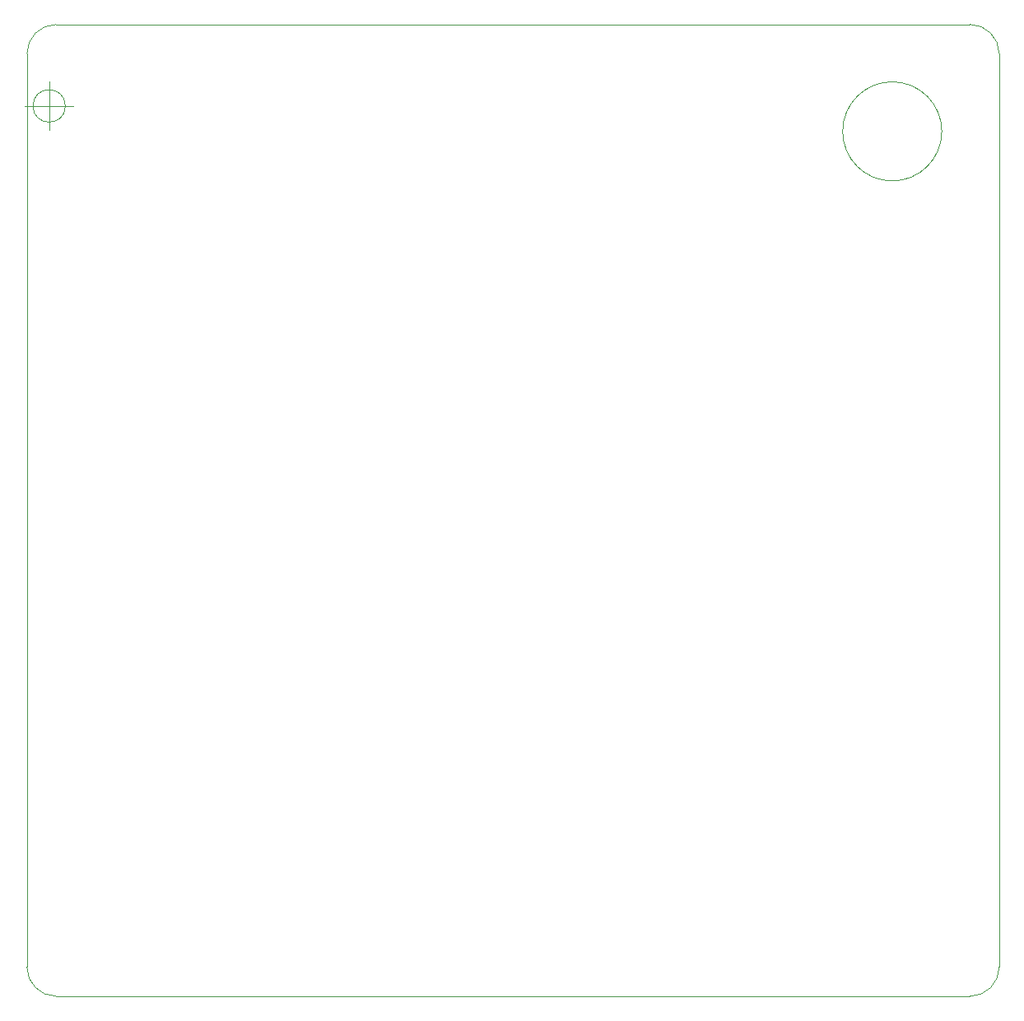
<source format=gm1>
%TF.GenerationSoftware,KiCad,Pcbnew,(5.0.0-3-g5ebb6b6)*%
%TF.CreationDate,2018-10-09T22:59:36+02:00*%
%TF.ProjectId,CNC_Control_Panel,434E435F436F6E74726F6C5F50616E65,rev?*%
%TF.SameCoordinates,Original*%
%TF.FileFunction,Profile,NP*%
%FSLAX46Y46*%
G04 Gerber Fmt 4.6, Leading zero omitted, Abs format (unit mm)*
G04 Created by KiCad (PCBNEW (5.0.0-3-g5ebb6b6)) date 2018 October 09, Tuesday 22:59:36*
%MOMM*%
%LPD*%
G01*
G04 APERTURE LIST*
%ADD10C,0.100000*%
G04 APERTURE END LIST*
D10*
X38224666Y-85860000D02*
G75*
G03X38224666Y-85860000I-1666666J0D01*
G01*
X34058000Y-85860000D02*
X39058000Y-85860000D01*
X36558000Y-83360000D02*
X36558000Y-88360000D01*
X128372000Y-88478000D02*
G75*
G03X128372000Y-88478000I-5100000J0D01*
G01*
X37272000Y-77478000D02*
X131272000Y-77478000D01*
X131272000Y-77478000D02*
G75*
G02X134272000Y-80478000I0J-3000000D01*
G01*
X134272000Y-174478000D02*
X134272000Y-80478000D01*
X134272000Y-174478000D02*
G75*
G02X131272000Y-177478000I-3000000J0D01*
G01*
X37272000Y-177478000D02*
X131272000Y-177478000D01*
X37272000Y-177478000D02*
G75*
G02X34272000Y-174478000I0J3000000D01*
G01*
X37272000Y-77478000D02*
G75*
G03X34272000Y-80478000I0J-3000000D01*
G01*
X34272000Y-80478000D02*
X34272000Y-174478000D01*
M02*

</source>
